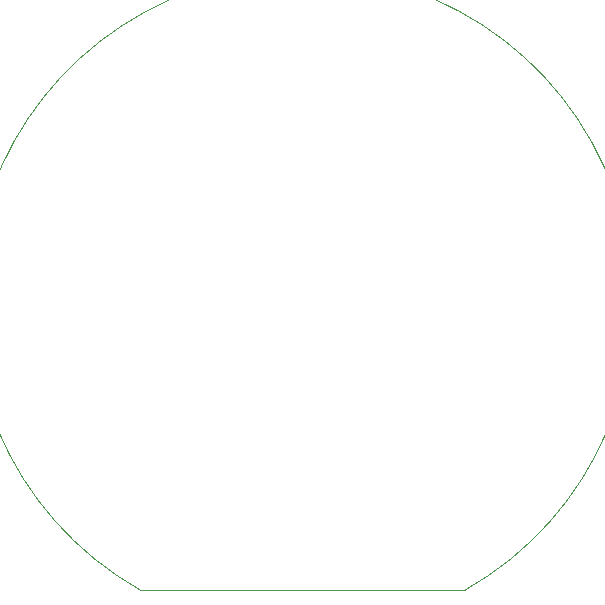
<source format=gbr>
%TF.GenerationSoftware,KiCad,Pcbnew,(5.1.10)-1*%
%TF.CreationDate,2022-06-03T20:42:07+03:00*%
%TF.ProjectId,night-light,6e696768-742d-46c6-9967-68742e6b6963,rev?*%
%TF.SameCoordinates,Original*%
%TF.FileFunction,Profile,NP*%
%FSLAX46Y46*%
G04 Gerber Fmt 4.6, Leading zero omitted, Abs format (unit mm)*
G04 Created by KiCad (PCBNEW (5.1.10)-1) date 2022-06-03 20:42:07*
%MOMM*%
%LPD*%
G01*
G04 APERTURE LIST*
%TA.AperFunction,Profile*%
%ADD10C,0.050000*%
%TD*%
G04 APERTURE END LIST*
D10*
X58673999Y-68579999D02*
X31242000Y-68579999D01*
X31242000Y-68579999D02*
G75*
G02*
X58673999Y-68579999I13716000J24383999D01*
G01*
M02*

</source>
